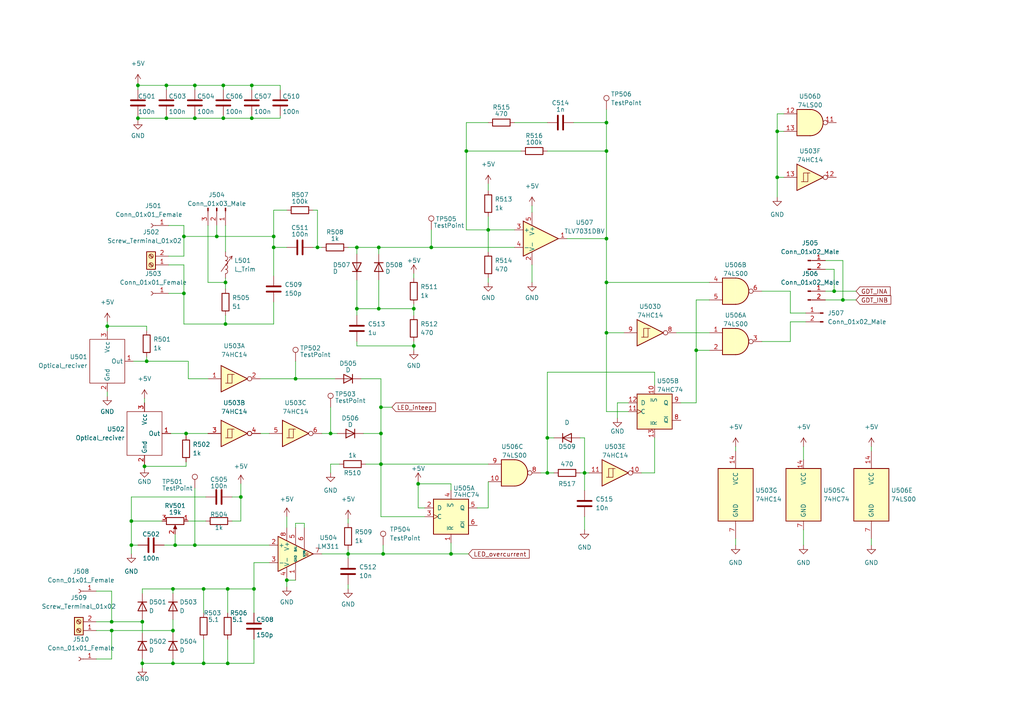
<source format=kicad_sch>
(kicad_sch (version 20211123) (generator eeschema)
  (paper "A4")
  (lib_symbols
    (symbol "74xx:74HC14" (pin_names (offset 1.016))
      (property "Reference" "U" (at 0 1.27 0))
      (property "Value" "74HC14" (at 0 -1.27 0))
      (symbol "74HC14_1_0"
        (pin input line (at -7.62 0 0) (length 3.81) (name "~") (number "1"))
        (pin output inverted (at 7.62 0 180) (length 3.81) (name "~") (number "2"))
      )
      (symbol "74HC14_2_0"
        (pin input line (at -7.62 0 0) (length 3.81) (name "~") (number "3"))
        (pin output inverted (at 7.62 0 180) (length 3.81) (name "~") (number "4"))
      )
      (symbol "74HC14_3_0"
        (pin input line (at -7.62 0 0) (length 3.81) (name "~") (number "5"))
        (pin output inverted (at 7.62 0 180) (length 3.81) (name "~") (number "6"))
      )
      (symbol "74HC14_4_0"
        (pin output inverted (at 7.62 0 180) (length 3.81) (name "~") (number "8"))
        (pin input line (at -7.62 0 0) (length 3.81) (name "~") (number "9"))
      )
      (symbol "74HC14_5_0"
        (pin output inverted (at 7.62 0 180) (length 3.81) (name "~") (number "10"))
        (pin input line (at -7.62 0 0) (length 3.81) (name "~") (number "11"))
      )
      (symbol "74HC14_6_0"
        (pin output inverted (at 7.62 0 180) (length 3.81) (name "~") (number "12"))
        (pin input line (at -7.62 0 0) (length 3.81) (name "~") (number "13"))
      )
      (symbol "74HC14_7_0"
        (pin power_in line (at 0 12.7 270) (length 5.08) (name "VCC") (number "14"))
        (pin power_in line (at 0 -12.7 90) (length 5.08) (name "GND") (number "7"))
      )
    )
    (symbol "74xx:74HC74" (pin_names (offset 1.016))
      (property "Reference" "U" (at -7.62 8.89 0))
      (property "Value" "74HC74" (at -7.62 -8.89 0))
      (symbol "74HC74_1_0"
        (pin input line (at 0 -7.62 90) (length 2.54) (name "~{R}") (number "1"))
        (pin input line (at -7.62 2.54 0) (length 2.54) (name "D") (number "2"))
        (pin input clock (at -7.62 0 0) (length 2.54) (name "C") (number "3"))
        (pin input line (at 0 7.62 270) (length 2.54) (name "~{S}") (number "4"))
        (pin output line (at 7.62 2.54 180) (length 2.54) (name "Q") (number "5"))
        (pin output line (at 7.62 -2.54 180) (length 2.54) (name "~{Q}") (number "6"))
      )
      (symbol "74HC74_2_0"
        (pin input line (at 0 7.62 270) (length 2.54) (name "~{S}") (number "10"))
        (pin input clock (at -7.62 0 0) (length 2.54) (name "C") (number "11"))
        (pin input line (at -7.62 2.54 0) (length 2.54) (name "D") (number "12"))
        (pin input line (at 0 -7.62 90) (length 2.54) (name "~{R}") (number "13"))
        (pin output line (at 7.62 -2.54 180) (length 2.54) (name "~{Q}") (number "8"))
        (pin output line (at 7.62 2.54 180) (length 2.54) (name "Q") (number "9"))
      )
      (symbol "74HC74_3_0"
        (pin power_in line (at 0 10.16 270) (length 2.54) (name "VCC") (number "14"))
        (pin power_in line (at 0 -10.16 90) (length 2.54) (name "GND") (number "7"))
      )
    )
    (symbol "74xx:74LS00" (pin_names (offset 1.016))
      (property "Reference" "U" (at 0 1.27 0))
      (property "Value" "74LS00" (at 0 -1.27 0))
      (symbol "74LS00_1_1"
        (pin input line (at -7.62 2.54 0) (length 3.81) (name "~") (number "1"))
        (pin input line (at -7.62 -2.54 0) (length 3.81) (name "~") (number "2"))
        (pin output inverted (at 7.62 0 180) (length 3.81) (name "~") (number "3"))
      )
      (symbol "74LS00_1_2"
        (pin input inverted (at -7.62 2.54 0) (length 4.318) (name "~") (number "1"))
        (pin input inverted (at -7.62 -2.54 0) (length 4.318) (name "~") (number "2"))
        (pin output line (at 7.62 0 180) (length 3.81) (name "~") (number "3"))
      )
      (symbol "74LS00_2_1"
        (pin input line (at -7.62 2.54 0) (length 3.81) (name "~") (number "4"))
        (pin input line (at -7.62 -2.54 0) (length 3.81) (name "~") (number "5"))
        (pin output inverted (at 7.62 0 180) (length 3.81) (name "~") (number "6"))
      )
      (symbol "74LS00_2_2"
        (pin input inverted (at -7.62 2.54 0) (length 4.318) (name "~") (number "4"))
        (pin input inverted (at -7.62 -2.54 0) (length 4.318) (name "~") (number "5"))
        (pin output line (at 7.62 0 180) (length 3.81) (name "~") (number "6"))
      )
      (symbol "74LS00_3_1"
        (pin input line (at -7.62 -2.54 0) (length 3.81) (name "~") (number "10"))
        (pin output inverted (at 7.62 0 180) (length 3.81) (name "~") (number "8"))
        (pin input line (at -7.62 2.54 0) (length 3.81) (name "~") (number "9"))
      )
      (symbol "74LS00_3_2"
        (pin input inverted (at -7.62 -2.54 0) (length 4.318) (name "~") (number "10"))
        (pin output line (at 7.62 0 180) (length 3.81) (name "~") (number "8"))
        (pin input inverted (at -7.62 2.54 0) (length 4.318) (name "~") (number "9"))
      )
      (symbol "74LS00_4_1"
        (pin output inverted (at 7.62 0 180) (length 3.81) (name "~") (number "11"))
        (pin input line (at -7.62 2.54 0) (length 3.81) (name "~") (number "12"))
        (pin input line (at -7.62 -2.54 0) (length 3.81) (name "~") (number "13"))
      )
      (symbol "74LS00_4_2"
        (pin output line (at 7.62 0 180) (length 3.81) (name "~") (number "11"))
        (pin input inverted (at -7.62 2.54 0) (length 4.318) (name "~") (number "12"))
        (pin input inverted (at -7.62 -2.54 0) (length 4.318) (name "~") (number "13"))
      )
      (symbol "74LS00_5_0"
        (pin power_in line (at 0 12.7 270) (length 5.08) (name "VCC") (number "14"))
        (pin power_in line (at 0 -12.7 90) (length 5.08) (name "GND") (number "7"))
      )
    )
    (symbol "Comparator:LM311" (pin_names (offset 0.127))
      (property "Reference" "U" (at 3.81 6.35 0))
      (property "Value" "LM311" (at 3.81 3.81 0))
      (symbol "LM311_1_1"
        (pin passive line (at 0 -7.62 90) (length 5.08) (name "GND") (number "1"))
        (pin input line (at -7.62 2.54 0) (length 2.54) (name "+") (number "2"))
        (pin input line (at -7.62 -2.54 0) (length 2.54) (name "-") (number "3"))
        (pin power_in line (at -2.54 -7.62 90) (length 3.81) (name "V-") (number "4"))
        (pin input line (at 0 7.62 270) (length 5.08) (name "BAL") (number "5"))
        (pin input line (at 2.54 7.62 270) (length 6.35) (name "STRB") (number "6"))
        (pin open_collector line (at 7.62 0 180) (length 2.54) (name "~") (number "7"))
        (pin power_in line (at -2.54 7.62 270) (length 3.81) (name "V+") (number "8"))
      )
    )
    (symbol "Comparator:TLV7031DBV" (pin_names (offset 0.127))
      (property "Reference" "U" (at -1.27 6.35 0))
      (property "Value" "TLV7031DBV" (at -1.27 3.81 0))
      (symbol "TLV7031DBV_0_1"
        (pin power_in line (at -2.54 -7.62 90) (length 3.81) (name "V-") (number "2"))
        (pin power_in line (at -2.54 7.62 270) (length 3.81) (name "V+") (number "5"))
      )
      (symbol "TLV7031DBV_1_1"
        (pin output line (at 7.62 0 180) (length 2.54) (name "~") (number "1"))
        (pin input line (at -7.62 2.54 0) (length 2.54) (name "+") (number "3"))
        (pin input line (at -7.62 -2.54 0) (length 2.54) (name "-") (number "4"))
      )
    )
    (symbol "Connector:Conn_01x01_Female" (pin_names (offset 1.016) hide)
      (property "Reference" "J" (at 0 2.54 0))
      (property "Value" "Conn_01x01_Female" (at 0 -2.54 0))
      (symbol "Conn_01x01_Female_1_1"
        (pin passive line (at -5.08 0 0) (length 3.81) (name "Pin_1") (number "1"))
      )
    )
    (symbol "Connector:Conn_01x02_Male" (pin_names (offset 1.016) hide)
      (property "Reference" "J" (at 0 2.54 0))
      (property "Value" "Conn_01x02_Male" (at 0 -5.08 0))
      (symbol "Conn_01x02_Male_1_1"
        (pin passive line (at 5.08 0 180) (length 3.81) (name "Pin_1") (number "1"))
        (pin passive line (at 5.08 -2.54 180) (length 3.81) (name "Pin_2") (number "2"))
      )
    )
    (symbol "Connector:Conn_01x03_Male" (pin_names (offset 1.016) hide)
      (property "Reference" "J" (at 0 5.08 0))
      (property "Value" "Conn_01x03_Male" (at 0 -5.08 0))
      (symbol "Conn_01x03_Male_1_1"
        (pin passive line (at 5.08 2.54 180) (length 3.81) (name "Pin_1") (number "1"))
        (pin passive line (at 5.08 0 180) (length 3.81) (name "Pin_2") (number "2"))
        (pin passive line (at 5.08 -2.54 180) (length 3.81) (name "Pin_3") (number "3"))
      )
    )
    (symbol "Connector:Screw_Terminal_01x02" (pin_names (offset 1.016) hide)
      (property "Reference" "J" (at 0 2.54 0))
      (property "Value" "Screw_Terminal_01x02" (at 0 -5.08 0))
      (symbol "Screw_Terminal_01x02_1_1"
        (pin passive line (at -5.08 0 0) (length 3.81) (name "Pin_1") (number "1"))
        (pin passive line (at -5.08 -2.54 0) (length 3.81) (name "Pin_2") (number "2"))
      )
    )
    (symbol "Connector:TestPoint" (pin_numbers hide) (pin_names (offset 0.762) hide)
      (property "Reference" "TP" (at 0 6.858 0))
      (property "Value" "TestPoint" (at 0 5.08 0))
      (symbol "TestPoint_1_1"
        (pin passive line (at 0 0 90) (length 2.54) (name "1") (number "1"))
      )
    )
    (symbol "Device:C" (pin_numbers hide) (pin_names (offset 0.254))
      (property "Reference" "C" (at 0.635 2.54 0))
      (property "Value" "C" (at 0.635 -2.54 0))
      (symbol "C_1_1"
        (pin passive line (at 0 3.81 270) (length 2.794) (name "~") (number "1"))
        (pin passive line (at 0 -3.81 90) (length 2.794) (name "~") (number "2"))
      )
    )
    (symbol "Device:D" (pin_numbers hide) (pin_names (offset 1.016) hide)
      (property "Reference" "D" (at 0 2.54 0))
      (property "Value" "D" (at 0 -2.54 0))
      (symbol "D_1_1"
        (pin passive line (at -3.81 0 0) (length 2.54) (name "K") (number "1"))
        (pin passive line (at 3.81 0 180) (length 2.54) (name "A") (number "2"))
      )
    )
    (symbol "Device:L_Trim" (pin_numbers hide) (pin_names (offset 1.016) hide)
      (property "Reference" "L" (at -1.905 0 90))
      (property "Value" "L_Trim" (at 3.175 0 90))
      (symbol "L_Trim_1_1"
        (pin passive line (at 0 3.81 270) (length 1.27) (name "1") (number "1"))
        (pin passive line (at 0 -3.81 90) (length 1.27) (name "2") (number "2"))
      )
    )
    (symbol "Device:R" (pin_numbers hide) (pin_names (offset 0))
      (property "Reference" "R" (at 2.032 0 90))
      (property "Value" "R" (at 0 0 90))
      (symbol "R_1_1"
        (pin passive line (at 0 3.81 270) (length 1.27) (name "~") (number "1"))
        (pin passive line (at 0 -3.81 90) (length 1.27) (name "~") (number "2"))
      )
    )
    (symbol "Device:R_Potentiometer" (pin_names (offset 1.016) hide)
      (property "Reference" "RV" (at -4.445 0 90))
      (property "Value" "R_Potentiometer" (at -2.54 0 90))
      (symbol "R_Potentiometer_1_1"
        (pin passive line (at 0 3.81 270) (length 1.27) (name "1") (number "1"))
        (pin passive line (at 3.81 0 180) (length 1.27) (name "2") (number "2"))
        (pin passive line (at 0 -3.81 90) (length 1.27) (name "3") (number "3"))
      )
    )
    (symbol "Fiber_Optic:Optical_reciver"
      (property "Reference" "U502" (at -5.715 1.2701 0))
      (property "Value" "Optical_reciver" (at -5.715 -1.2699 0))
      (symbol "Optical_reciver_1_1"
        (pin input line (at 7.62 0 180) (length 2.54) (name "Out") (number "1"))
        (pin input line (at 0 -8.89 90) (length 2.54) (name "Gnd") (number "2"))
        (pin input line (at 0 8.89 270) (length 2.54) (name "Vcc") (number "3"))
      )
    )
    (symbol "Optical_reciver_1"
      (property "Reference" "U501" (at -5.715 1.27 0))
      (property "Value" "Optical_reciver" (at -5.715 -1.27 0))
      (symbol "Optical_reciver_1_1_1"
        (pin input line (at 7.62 0 180) (length 2.54) (name "Out") (number "1"))
        (pin input line (at 0 -8.89 90) (length 2.54) (name "Gnd") (number "2"))
        (pin input line (at 0 8.89 270) (length 2.54) (name "Vcc") (number "3"))
      )
    )
    (symbol "power:+5V" (power) (pin_names (offset 0))
      (property "Value" "+5V" (at 0 3.556 0))
      (symbol "+5V_1_1"
        (pin power_in line (at 0 0 90) (length 0) hide (name "+5V") (number "1"))
      )
    )
    (symbol "power:GND" (power) (pin_names (offset 0))
      (property "Value" "GND" (at 0 -3.81 0))
      (symbol "GND_1_1"
        (pin power_in line (at 0 0 270) (length 0) hide (name "GND") (number "1"))
      )
    )
  )
  (junction (at 73.025 24.765))
  (junction (at 110.49 134.62))
  (junction (at 40.005 24.765))
  (junction (at 32.385 182.88))
  (junction (at 41.91 135.255))
  (junction (at 79.375 68.58))
  (junction (at 56.515 158.115))
  (junction (at 120.015 100.33))
  (junction (at 225.425 38.1))
  (junction (at 175.895 43.815))
  (junction (at 42.545 104.775))
  (junction (at 66.04 170.815))
  (junction (at 95.885 125.73))
  (junction (at 41.275 180.34))
  (junction (at 62.865 68.58))
  (junction (at 120.015 89.535))
  (junction (at 64.77 34.29))
  (junction (at 59.055 192.405))
  (junction (at 109.855 71.755))
  (junction (at 175.895 69.215))
  (junction (at 66.04 192.405))
  (junction (at 141.605 66.675))
  (junction (at 121.285 140.335))
  (junction (at 158.75 127))
  (junction (at 48.26 34.29))
  (junction (at 65.405 93.98))
  (junction (at 41.275 192.405))
  (junction (at 92.075 71.755))
  (junction (at 50.165 182.88))
  (junction (at 32.385 180.34))
  (junction (at 64.77 24.765))
  (junction (at 135.255 43.815))
  (junction (at 169.545 137.16))
  (junction (at 56.515 34.29))
  (junction (at 110.49 118.11))
  (junction (at 50.165 192.405))
  (junction (at 85.725 109.855))
  (junction (at 50.8 158.115))
  (junction (at 53.34 68.58))
  (junction (at 130.81 160.655))
  (junction (at 48.26 24.765))
  (junction (at 65.405 81.915))
  (junction (at 59.055 170.815))
  (junction (at 73.025 34.29))
  (junction (at 103.505 71.755))
  (junction (at 109.855 89.535))
  (junction (at 175.895 96.52))
  (junction (at 50.165 170.815))
  (junction (at 69.85 144.145))
  (junction (at 40.005 34.29))
  (junction (at 244.475 86.995))
  (junction (at 53.975 125.73))
  (junction (at 103.505 89.535))
  (junction (at 56.515 24.765))
  (junction (at 38.1 151.13))
  (junction (at 53.34 85.09))
  (junction (at 201.93 101.6))
  (junction (at 79.375 71.755))
  (junction (at 31.115 94.615))
  (junction (at 175.895 35.56))
  (junction (at 110.49 125.73))
  (junction (at 38.1 158.115))
  (junction (at 125.095 71.755))
  (junction (at 241.935 84.455))
  (junction (at 158.75 137.16))
  (junction (at 83.185 168.275))
  (junction (at 73.66 170.815))
  (junction (at 175.895 81.915))
  (junction (at 111.125 160.655))
  (junction (at 225.425 51.435))
  (junction (at 100.965 160.655))
  (wire (pts (xy 158.75 127) (xy 158.75 137.16)))
  (wire (pts (xy 109.855 71.755) (xy 103.505 71.755)))
  (wire (pts (xy 149.225 35.56) (xy 158.75 35.56)))
  (wire (pts (xy 100.965 160.655) (xy 111.125 160.655)))
  (wire (pts (xy 66.04 192.405) (xy 59.055 192.405)))
  (wire (pts (xy 154.305 76.835) (xy 154.305 81.915)))
  (wire (pts (xy 110.49 118.11) (xy 110.49 125.73)))
  (wire (pts (xy 175.895 96.52) (xy 180.975 96.52)))
  (wire (pts (xy 225.425 33.02) (xy 225.425 38.1)))
  (wire (pts (xy 56.515 158.115) (xy 50.8 158.115)))
  (wire (pts (xy 158.75 107.95) (xy 158.75 127)))
  (wire (pts (xy 65.405 65.405) (xy 65.405 73.025)))
  (wire (pts (xy 213.36 129.54) (xy 213.36 130.81)))
  (wire (pts (xy 32.385 171.45) (xy 27.94 171.45)))
  (wire (pts (xy 225.425 38.1) (xy 227.33 38.1)))
  (wire (pts (xy 41.91 135.255) (xy 41.91 135.89)))
  (wire (pts (xy 158.75 137.16) (xy 160.655 137.16)))
  (wire (pts (xy 169.545 137.16) (xy 170.815 137.16)))
  (wire (pts (xy 168.275 127) (xy 169.545 127)))
  (wire (pts (xy 85.725 151.765) (xy 88.265 151.765)))
  (wire (pts (xy 141.605 53.34) (xy 141.605 55.245)))
  (wire (pts (xy 32.385 182.88) (xy 32.385 191.135)))
  (wire (pts (xy 79.375 71.755) (xy 83.185 71.755)))
  (wire (pts (xy 48.895 74.295) (xy 53.34 74.295)))
  (wire (pts (xy 48.26 24.765) (xy 40.005 24.765)))
  (wire (pts (xy 50.165 182.88) (xy 50.165 183.515)))
  (wire (pts (xy 111.125 160.655) (xy 130.81 160.655)))
  (wire (pts (xy 40.005 33.655) (xy 40.005 34.29)))
  (wire (pts (xy 31.115 113.665) (xy 31.115 114.935)))
  (wire (pts (xy 229.235 90.805) (xy 233.68 90.805)))
  (wire (pts (xy 244.475 75.565) (xy 244.475 86.995)))
  (wire (pts (xy 156.845 137.16) (xy 158.75 137.16)))
  (wire (pts (xy 65.405 80.645) (xy 65.405 81.915)))
  (wire (pts (xy 241.935 84.455) (xy 248.285 84.455)))
  (wire (pts (xy 201.93 101.6) (xy 205.74 101.6)))
  (wire (pts (xy 135.255 66.675) (xy 141.605 66.675)))
  (wire (pts (xy 64.77 34.29) (xy 56.515 34.29)))
  (wire (pts (xy 233.045 153.67) (xy 233.045 158.115)))
  (wire (pts (xy 53.975 125.73) (xy 60.325 125.73)))
  (wire (pts (xy 130.81 142.24) (xy 130.81 140.335)))
  (wire (pts (xy 53.34 68.58) (xy 62.865 68.58)))
  (wire (pts (xy 103.505 89.535) (xy 109.855 89.535)))
  (wire (pts (xy 38.1 144.145) (xy 38.1 151.13)))
  (wire (pts (xy 103.505 100.33) (xy 120.015 100.33)))
  (wire (pts (xy 32.385 182.88) (xy 50.165 182.88)))
  (wire (pts (xy 130.81 160.655) (xy 135.89 160.655)))
  (wire (pts (xy 92.075 71.755) (xy 93.345 71.755)))
  (wire (pts (xy 48.895 76.835) (xy 53.34 76.835)))
  (wire (pts (xy 81.28 34.29) (xy 73.025 34.29)))
  (wire (pts (xy 175.895 31.75) (xy 175.895 35.56)))
  (wire (pts (xy 41.275 191.135) (xy 41.275 192.405)))
  (wire (pts (xy 201.93 116.84) (xy 197.485 116.84)))
  (wire (pts (xy 38.1 158.115) (xy 38.1 160.655)))
  (wire (pts (xy 73.66 170.815) (xy 73.66 177.8)))
  (wire (pts (xy 109.855 81.28) (xy 109.855 89.535)))
  (wire (pts (xy 227.33 33.02) (xy 225.425 33.02)))
  (wire (pts (xy 50.165 170.815) (xy 50.165 172.085)))
  (wire (pts (xy 100.965 71.755) (xy 103.505 71.755)))
  (wire (pts (xy 189.865 137.16) (xy 189.865 127)))
  (wire (pts (xy 41.275 179.705) (xy 41.275 180.34)))
  (wire (pts (xy 103.505 99.06) (xy 103.505 100.33)))
  (wire (pts (xy 40.005 24.13) (xy 40.005 24.765)))
  (wire (pts (xy 38.735 104.775) (xy 42.545 104.775)))
  (wire (pts (xy 125.095 71.755) (xy 149.225 71.755)))
  (wire (pts (xy 103.505 81.28) (xy 103.505 89.535)))
  (wire (pts (xy 111.125 158.115) (xy 111.125 160.655)))
  (wire (pts (xy 41.91 134.62) (xy 41.91 135.255)))
  (wire (pts (xy 73.66 185.42) (xy 73.66 192.405)))
  (wire (pts (xy 90.805 71.755) (xy 92.075 71.755)))
  (wire (pts (xy 225.425 51.435) (xy 227.33 51.435)))
  (wire (pts (xy 229.235 99.06) (xy 220.98 99.06)))
  (wire (pts (xy 79.375 60.96) (xy 79.375 68.58)))
  (wire (pts (xy 100.965 150.495) (xy 100.965 151.765)))
  (wire (pts (xy 175.895 69.215) (xy 175.895 81.915)))
  (wire (pts (xy 93.345 160.655) (xy 100.965 160.655)))
  (wire (pts (xy 182.245 119.38) (xy 175.895 119.38)))
  (wire (pts (xy 233.045 129.54) (xy 233.045 133.35)))
  (wire (pts (xy 27.94 182.88) (xy 32.385 182.88)))
  (wire (pts (xy 123.19 149.86) (xy 110.49 149.86)))
  (wire (pts (xy 100.965 159.385) (xy 100.965 160.655)))
  (wire (pts (xy 186.055 137.16) (xy 189.865 137.16)))
  (wire (pts (xy 100.965 160.655) (xy 100.965 161.925)))
  (wire (pts (xy 252.73 156.21) (xy 252.73 158.115)))
  (wire (pts (xy 65.405 81.915) (xy 65.405 83.82)))
  (wire (pts (xy 62.865 65.405) (xy 62.865 68.58)))
  (wire (pts (xy 141.605 81.915) (xy 141.605 80.645)))
  (wire (pts (xy 103.505 71.755) (xy 103.505 73.66)))
  (wire (pts (xy 141.605 66.675) (xy 149.225 66.675)))
  (wire (pts (xy 104.775 109.855) (xy 110.49 109.855)))
  (wire (pts (xy 109.855 71.755) (xy 125.095 71.755)))
  (wire (pts (xy 175.895 96.52) (xy 175.895 119.38)))
  (wire (pts (xy 48.26 24.765) (xy 48.26 26.035)))
  (wire (pts (xy 83.185 149.86) (xy 83.185 153.035)))
  (wire (pts (xy 60.325 65.405) (xy 60.325 81.915)))
  (wire (pts (xy 65.405 91.44) (xy 65.405 93.98)))
  (wire (pts (xy 42.545 95.885) (xy 42.545 94.615)))
  (wire (pts (xy 62.865 68.58) (xy 79.375 68.58)))
  (wire (pts (xy 73.025 24.765) (xy 73.025 26.035)))
  (wire (pts (xy 166.37 35.56) (xy 175.895 35.56)))
  (wire (pts (xy 130.81 140.335) (xy 121.285 140.335)))
  (wire (pts (xy 48.26 24.765) (xy 56.515 24.765)))
  (wire (pts (xy 88.265 151.765) (xy 88.265 153.035)))
  (wire (pts (xy 109.855 71.755) (xy 109.855 73.66)))
  (wire (pts (xy 121.285 147.32) (xy 123.19 147.32)))
  (wire (pts (xy 38.1 158.115) (xy 40.005 158.115)))
  (wire (pts (xy 95.885 134.62) (xy 95.885 137.16)))
  (wire (pts (xy 66.04 185.42) (xy 66.04 192.405)))
  (wire (pts (xy 32.385 191.135) (xy 27.94 191.135)))
  (wire (pts (xy 53.34 74.295) (xy 53.34 68.58)))
  (wire (pts (xy 73.025 33.655) (xy 73.025 34.29)))
  (wire (pts (xy 59.055 185.42) (xy 59.055 192.405)))
  (wire (pts (xy 49.53 125.73) (xy 53.975 125.73)))
  (wire (pts (xy 229.235 93.345) (xy 229.235 99.06)))
  (wire (pts (xy 69.85 140.335) (xy 69.85 144.145)))
  (wire (pts (xy 169.545 137.16) (xy 169.545 142.24)))
  (wire (pts (xy 54.61 109.855) (xy 54.61 104.775)))
  (wire (pts (xy 175.895 43.815) (xy 175.895 69.215)))
  (wire (pts (xy 95.885 125.73) (xy 97.79 125.73)))
  (wire (pts (xy 75.565 109.855) (xy 85.725 109.855)))
  (wire (pts (xy 93.345 125.73) (xy 95.885 125.73)))
  (wire (pts (xy 105.41 125.73) (xy 110.49 125.73)))
  (wire (pts (xy 78.105 163.195) (xy 73.66 163.195)))
  (wire (pts (xy 138.43 147.32) (xy 141.605 147.32)))
  (wire (pts (xy 196.215 96.52) (xy 205.74 96.52)))
  (wire (pts (xy 239.395 86.995) (xy 244.475 86.995)))
  (wire (pts (xy 241.935 78.105) (xy 241.935 84.455)))
  (wire (pts (xy 47.625 158.115) (xy 50.8 158.115)))
  (wire (pts (xy 50.165 170.815) (xy 59.055 170.815)))
  (wire (pts (xy 158.75 43.815) (xy 175.895 43.815)))
  (wire (pts (xy 66.04 177.8) (xy 66.04 170.815)))
  (wire (pts (xy 241.935 84.455) (xy 239.395 84.455)))
  (wire (pts (xy 154.305 59.69) (xy 154.305 61.595)))
  (wire (pts (xy 53.34 85.09) (xy 48.895 85.09)))
  (wire (pts (xy 179.07 116.84) (xy 179.07 121.285)))
  (wire (pts (xy 56.515 24.765) (xy 64.77 24.765)))
  (wire (pts (xy 83.185 60.96) (xy 79.375 60.96)))
  (wire (pts (xy 56.515 141.605) (xy 56.515 158.115)))
  (wire (pts (xy 48.26 34.29) (xy 40.005 34.29)))
  (wire (pts (xy 141.605 73.025) (xy 141.605 66.675)))
  (wire (pts (xy 41.275 172.085) (xy 41.275 170.815)))
  (wire (pts (xy 42.545 104.775) (xy 42.545 103.505)))
  (wire (pts (xy 73.66 163.195) (xy 73.66 170.815)))
  (wire (pts (xy 81.28 33.655) (xy 81.28 34.29)))
  (wire (pts (xy 205.74 86.995) (xy 201.93 86.995)))
  (wire (pts (xy 54.61 104.775) (xy 42.545 104.775)))
  (wire (pts (xy 135.255 35.56) (xy 135.255 43.815)))
  (wire (pts (xy 53.34 65.405) (xy 48.895 65.405)))
  (wire (pts (xy 121.285 140.335) (xy 121.285 147.32)))
  (wire (pts (xy 27.94 180.34) (xy 32.385 180.34)))
  (wire (pts (xy 48.26 33.655) (xy 48.26 34.29)))
  (wire (pts (xy 40.005 34.29) (xy 40.005 34.925)))
  (wire (pts (xy 67.31 144.145) (xy 69.85 144.145)))
  (wire (pts (xy 233.68 93.345) (xy 229.235 93.345)))
  (wire (pts (xy 40.005 24.765) (xy 40.005 26.035)))
  (wire (pts (xy 41.275 180.34) (xy 41.275 183.515)))
  (wire (pts (xy 56.515 33.655) (xy 56.515 34.29)))
  (wire (pts (xy 110.49 125.73) (xy 110.49 134.62)))
  (wire (pts (xy 239.395 78.105) (xy 241.935 78.105)))
  (wire (pts (xy 125.095 66.675) (xy 125.095 71.755)))
  (wire (pts (xy 182.245 116.84) (xy 179.07 116.84)))
  (wire (pts (xy 90.805 60.96) (xy 92.075 60.96)))
  (wire (pts (xy 141.605 35.56) (xy 135.255 35.56)))
  (wire (pts (xy 175.895 81.915) (xy 175.895 96.52)))
  (wire (pts (xy 50.165 191.135) (xy 50.165 192.405)))
  (wire (pts (xy 42.545 94.615) (xy 31.115 94.615)))
  (wire (pts (xy 169.545 127) (xy 169.545 137.16)))
  (wire (pts (xy 95.885 118.11) (xy 95.885 125.73)))
  (wire (pts (xy 109.855 89.535) (xy 120.015 89.535)))
  (wire (pts (xy 79.375 80.01) (xy 79.375 71.755)))
  (wire (pts (xy 189.865 111.76) (xy 189.865 107.95)))
  (wire (pts (xy 31.115 93.345) (xy 31.115 94.615)))
  (wire (pts (xy 110.49 109.855) (xy 110.49 118.11)))
  (wire (pts (xy 169.545 149.86) (xy 169.545 153.67)))
  (wire (pts (xy 213.36 156.21) (xy 213.36 158.115)))
  (wire (pts (xy 79.375 68.58) (xy 79.375 71.755)))
  (wire (pts (xy 225.425 51.435) (xy 225.425 57.15)))
  (wire (pts (xy 56.515 34.29) (xy 48.26 34.29)))
  (wire (pts (xy 56.515 158.115) (xy 78.105 158.115)))
  (wire (pts (xy 85.725 104.775) (xy 85.725 109.855)))
  (wire (pts (xy 225.425 38.1) (xy 225.425 51.435)))
  (wire (pts (xy 168.275 137.16) (xy 169.545 137.16)))
  (wire (pts (xy 64.77 33.655) (xy 64.77 34.29)))
  (wire (pts (xy 83.185 168.275) (xy 83.185 170.18)))
  (wire (pts (xy 79.375 93.98) (xy 79.375 87.63)))
  (wire (pts (xy 65.405 93.98) (xy 53.34 93.98)))
  (wire (pts (xy 32.385 180.34) (xy 41.275 180.34)))
  (wire (pts (xy 229.235 84.455) (xy 229.235 90.805)))
  (wire (pts (xy 53.975 125.73) (xy 53.975 126.365)))
  (wire (pts (xy 220.98 84.455) (xy 229.235 84.455)))
  (wire (pts (xy 32.385 171.45) (xy 32.385 180.34)))
  (wire (pts (xy 53.975 135.255) (xy 41.91 135.255)))
  (wire (pts (xy 60.325 81.915) (xy 65.405 81.915)))
  (wire (pts (xy 103.505 89.535) (xy 103.505 91.44)))
  (wire (pts (xy 85.725 153.035) (xy 85.725 151.765)))
  (wire (pts (xy 158.75 127) (xy 160.655 127)))
  (wire (pts (xy 64.77 24.765) (xy 73.025 24.765)))
  (wire (pts (xy 38.1 151.13) (xy 46.99 151.13)))
  (wire (pts (xy 73.025 34.29) (xy 64.77 34.29)))
  (wire (pts (xy 151.13 43.815) (xy 135.255 43.815)))
  (wire (pts (xy 120.015 88.265) (xy 120.015 89.535)))
  (wire (pts (xy 121.285 139.7) (xy 121.285 140.335)))
  (wire (pts (xy 41.91 115.57) (xy 41.91 116.84)))
  (wire (pts (xy 50.165 179.705) (xy 50.165 182.88)))
  (wire (pts (xy 53.34 76.835) (xy 53.34 85.09)))
  (wire (pts (xy 73.025 24.765) (xy 81.28 24.765)))
  (wire (pts (xy 201.93 101.6) (xy 201.93 116.84)))
  (wire (pts (xy 92.075 60.96) (xy 92.075 71.755)))
  (wire (pts (xy 81.28 26.035) (xy 81.28 24.765)))
  (wire (pts (xy 120.015 79.375) (xy 120.015 80.645)))
  (wire (pts (xy 252.73 129.54) (xy 252.73 130.81)))
  (wire (pts (xy 106.045 134.62) (xy 110.49 134.62)))
  (wire (pts (xy 50.8 158.115) (xy 50.8 154.94)))
  (wire (pts (xy 120.015 100.33) (xy 120.015 101.6)))
  (wire (pts (xy 120.015 89.535) (xy 120.015 91.44)))
  (wire (pts (xy 59.055 192.405) (xy 50.165 192.405)))
  (wire (pts (xy 141.605 62.865) (xy 141.605 66.675)))
  (wire (pts (xy 64.77 24.765) (xy 64.77 26.035)))
  (wire (pts (xy 201.93 86.995) (xy 201.93 101.6)))
  (wire (pts (xy 50.165 192.405) (xy 41.275 192.405)))
  (wire (pts (xy 135.255 43.815) (xy 135.255 66.675)))
  (wire (pts (xy 83.185 168.275) (xy 85.725 168.275)))
  (wire (pts (xy 189.865 107.95) (xy 158.75 107.95)))
  (wire (pts (xy 244.475 86.995) (xy 248.285 86.995)))
  (wire (pts (xy 31.115 94.615) (xy 31.115 95.885)))
  (wire (pts (xy 41.275 192.405) (xy 41.275 193.675)))
  (wire (pts (xy 38.1 144.145) (xy 59.69 144.145)))
  (wire (pts (xy 120.015 100.33) (xy 120.015 99.06)))
  (wire (pts (xy 56.515 26.035) (xy 56.515 24.765)))
  (wire (pts (xy 98.425 134.62) (xy 95.885 134.62)))
  (wire (pts (xy 59.055 170.815) (xy 66.04 170.815)))
  (wire (pts (xy 38.1 151.13) (xy 38.1 158.115)))
  (wire (pts (xy 60.325 109.855) (xy 54.61 109.855)))
  (wire (pts (xy 53.975 133.985) (xy 53.975 135.255)))
  (wire (pts (xy 130.81 160.655) (xy 130.81 157.48)))
  (wire (pts (xy 53.34 93.98) (xy 53.34 85.09)))
  (wire (pts (xy 110.49 118.11) (xy 113.665 118.11)))
  (wire (pts (xy 175.895 69.215) (xy 164.465 69.215)))
  (wire (pts (xy 75.565 125.73) (xy 78.105 125.73)))
  (wire (pts (xy 53.34 68.58) (xy 53.34 65.405)))
  (wire (pts (xy 141.605 147.32) (xy 141.605 139.7)))
  (wire (pts (xy 65.405 93.98) (xy 79.375 93.98)))
  (wire (pts (xy 85.725 109.855) (xy 97.155 109.855)))
  (wire (pts (xy 69.85 151.13) (xy 67.31 151.13)))
  (wire (pts (xy 110.49 134.62) (xy 141.605 134.62)))
  (wire (pts (xy 54.61 151.13) (xy 59.69 151.13)))
  (wire (pts (xy 59.055 177.8) (xy 59.055 170.815)))
  (wire (pts (xy 239.395 75.565) (xy 244.475 75.565)))
  (wire (pts (xy 69.85 144.145) (xy 69.85 151.13)))
  (wire (pts (xy 175.895 35.56) (xy 175.895 43.815)))
  (wire (pts (xy 110.49 149.86) (xy 110.49 134.62)))
  (wire (pts (xy 73.66 192.405) (xy 66.04 192.405)))
  (wire (pts (xy 41.275 170.815) (xy 50.165 170.815)))
  (wire (pts (xy 205.74 81.915) (xy 175.895 81.915)))
  (wire (pts (xy 66.04 170.815) (xy 73.66 170.815)))
  (wire (pts (xy 100.965 169.545) (xy 100.965 170.815)))
  (global_label "LED_inteep" (shape input) (at 113.665 118.11 0) (property "Intersheet References" "${INTERSHEET_REFS}" (effects hide)))
  (global_label "GDT_INB" (shape input) (at 248.285 86.995 0) (property "Intersheet References" "${INTERSHEET_REFS}" (effects hide)))
  (global_label "GDT_INA" (shape input) (at 248.285 84.455 0) (property "Intersheet References" "${INTERSHEET_REFS}" (effects hide)))
  (global_label "LED_overcurrent" (shape input) (at 135.89 160.655 0) (property "Intersheet References" "${INTERSHEET_REFS}" (effects hide)))
  (symbol (lib_id "Device:R") (at 120.015 84.455 0) (unit 1)
    (property "Reference" "R511" (at 121.92 83.1849 0) (effects (justify left)))
    (property "Value" "1k" (at 121.92 85.7249 0) (effects (justify left)))
    (property "Footprint" "Resistor_SMD:R_0805_2012Metric" (effects hide))
  )
  (symbol (lib_id "Device:R") (at 102.235 134.62 90) (unit 1)
    (property "Reference" "R510" (at 102.235 137.16 90))
    (property "Value" "1k" (at 102.235 132.08 90))
    (property "Footprint" "Resistor_SMD:R_0805_2012Metric" (effects hide))
  )
  (symbol (lib_id "power:GND") (at 213.36 158.115 0) (unit 1)
    (property "Reference" "#PWR0525" (effects hide))
    (property "Value" "GND" (at 213.36 163.195 0))
  )
  (symbol (lib_id "power:GND") (at 225.425 57.15 0) (unit 1)
    (property "Reference" "#PWR0526" (effects hide))
    (property "Value" "GND" (at 225.425 62.23 0))
  )
  (symbol (lib_id "Device:C") (at 48.26 29.845 0) (unit 1)
    (property "Reference" "C503" (at 48.895 27.94 0) (effects (justify left)))
    (property "Value" "100n" (at 48.895 32.385 0) (effects (justify left)))
    (property "Footprint" "Capacitor_SMD:C_0805_2012Metric" (effects hide))
  )
  (symbol (lib_id "74xx:74LS00") (at 149.225 137.16 0) (unit 3)
    (property "Reference" "U506" (at 148.59 129.54 0))
    (property "Value" "74LS00" (at 149.225 132.08 0))
    (property "Footprint" "Package_SO:SO-14_3.9x8.65mm_P1.27mm" (effects hide))
    (property "Datasheet" "http://www.ti.com/lit/gpn/sn74ls00" (effects hide))
  )
  (symbol (lib_id "Device:R") (at 59.055 181.61 0) (unit 1)
    (property "Reference" "R503" (at 59.055 177.8 0) (effects (justify left)))
    (property "Value" "5.1" (at 60.325 179.705 0) (effects (justify left)))
    (property "Footprint" "Resistor_SMD:R_0805_2012Metric" (effects hide))
  )
  (symbol (lib_id "Fiber_Optic:Optical_reciver") (at 41.91 125.73 0) (unit 1)
    (property "Reference" "U502" (at 36.195 124.4599 0) (effects (justify right)))
    (property "Value" "Optical_reciver" (at 36.195 126.9999 0) (effects (justify right)))
    (property "Footprint" "OptoDevice:PLT135" (effects hide))
  )
  (symbol (lib_id "Device:R") (at 53.975 130.175 0) (unit 1)
    (property "Reference" "R502" (at 55.88 128.9049 0) (effects (justify left)))
    (property "Value" "1k" (at 55.88 131.4449 0) (effects (justify left)))
    (property "Footprint" "Resistor_SMD:R_0805_2012Metric" (effects hide))
  )
  (symbol (lib_id "Connector:Screw_Terminal_01x02") (at 43.815 76.835 180) (unit 1)
    (property "Reference" "J502" (at 43.815 67.31 0))
    (property "Value" "Screw_Terminal_01x02" (at 41.91 69.85 0))
    (property "Footprint" "TerminalBlock:TerminalBlock_Altech_AK300-2_P5.00mm" (effects hide))
  )
  (symbol (lib_id "Connector:TestPoint") (at 125.095 66.675 0) (unit 1)
    (property "Reference" "TP505" (at 126.365 63.5 0) (effects (justify left)))
    (property "Value" "TestPoint" (at 125.73 65.405 0) (effects (justify left)))
    (property "Footprint" "TestPoint:TestPoint_Loop_D2.50mm_Drill1.0mm" (effects hide))
  )
  (symbol (lib_id "74xx:74HC74") (at 189.865 119.38 0) (unit 2)
    (property "Reference" "U505" (at 190.5 110.49 0) (effects (justify left)))
    (property "Value" "74HC74" (at 190.5 113.03 0) (effects (justify left)))
    (property "Footprint" "Package_SO:SO-14_3.9x8.65mm_P1.27mm" (effects hide))
    (property "Datasheet" "74xx/74hc_hct74.pdf" (effects hide))
  )
  (symbol (lib_id "Device:D") (at 50.165 187.325 270) (unit 1)
    (property "Reference" "D504" (at 52.07 186.055 90) (effects (justify left)))
    (property "Value" "D" (at 52.07 188.595 90) (effects (justify left)))
    (property "Footprint" "Diode_SMD:D_0805_2012Metric" (effects hide))
  )
  (symbol (lib_id "power:+5V") (at 41.91 115.57 0) (unit 1)
    (property "Reference" "#PWR0507" (effects hide))
    (property "Value" "+5V" (at 41.91 109.855 0))
  )
  (symbol (lib_id "74xx:74HC14") (at 234.95 51.435 0) (unit 6)
    (property "Reference" "U503" (at 234.95 43.815 0))
    (property "Value" "74HC14" (at 234.95 46.355 0))
    (property "Footprint" "Package_SO:SO-14_3.9x8.65mm_P1.27mm" (effects hide))
    (property "Datasheet" "http://www.ti.com/lit/gpn/sn74HC14" (effects hide))
  )
  (symbol (lib_id "Device:R") (at 66.04 181.61 0) (unit 1)
    (property "Reference" "R506" (at 66.675 177.8 0) (effects (justify left)))
    (property "Value" "5.1" (at 67.31 179.705 0) (effects (justify left)))
    (property "Footprint" "Resistor_SMD:R_1206_3216Metric" (effects hide))
  )
  (symbol (lib_id "Device:D") (at 41.275 175.895 270) (unit 1)
    (property "Reference" "D501" (at 43.18 174.625 90) (effects (justify left)))
    (property "Value" "D" (at 43.18 177.165 90) (effects (justify left)))
    (property "Footprint" "Diode_SMD:D_0805_2012Metric" (effects hide))
  )
  (symbol (lib_id "Device:L_Trim") (at 65.405 76.835 0) (unit 1)
    (property "Reference" "L501" (at 67.945 75.5649 0) (effects (justify left)))
    (property "Value" "L_Trim" (at 67.945 78.1049 0) (effects (justify left)))
    (property "Footprint" "Inductor_THT:L_Radial_D7.5mm_P5.00mm_Fastron_07P" (effects hide))
  )
  (symbol (lib_id "Device:C") (at 73.66 181.61 0) (unit 1)
    (property "Reference" "C508" (at 74.295 179.705 0) (effects (justify left)))
    (property "Value" "150p" (at 74.295 184.15 0) (effects (justify left)))
    (property "Footprint" "Capacitor_SMD:C_0805_2012Metric" (effects hide))
  )
  (symbol (lib_id "Connector:Conn_01x02_Male") (at 234.315 84.455 0) (unit 1)
    (property "Reference" "J506" (at 234.95 79.375 0))
    (property "Value" "Conn_01x02_Male" (at 234.95 81.915 0))
    (property "Footprint" "Connector_PinHeader_2.54mm:PinHeader_1x02_P2.54mm_Vertical" (effects hide))
  )
  (symbol (lib_id "Device:R") (at 63.5 151.13 90) (unit 1)
    (property "Reference" "R504" (at 63.5 149.225 90))
    (property "Value" "1k" (at 63.5 153.035 90))
    (property "Footprint" "Resistor_SMD:R_0805_2012Metric" (effects hide))
  )
  (symbol (lib_id "Device:R") (at 141.605 59.055 0) (unit 1)
    (property "Reference" "R513" (at 143.51 57.7849 0) (effects (justify left)))
    (property "Value" "1k" (at 143.51 60.3249 0) (effects (justify left)))
    (property "Footprint" "Resistor_SMD:R_0805_2012Metric" (effects hide))
  )
  (symbol (lib_id "power:+5V") (at 252.73 129.54 0) (unit 1)
    (property "Reference" "#PWR0529" (effects hide))
    (property "Value" "+5V" (at 252.73 123.825 0))
  )
  (symbol (lib_id "Device:D") (at 109.855 77.47 270) (unit 1)
    (property "Reference" "D508" (at 111.76 76.835 90) (effects (justify left)))
    (property "Value" "D" (at 111.76 78.74 90) (effects (justify left)))
    (property "Footprint" "Diode_SMD:D_0805_2012Metric" (effects hide))
  )
  (symbol (lib_id "Device:R") (at 100.965 155.575 0) (unit 1)
    (property "Reference" "R509" (at 102.87 154.3049 0) (effects (justify left)))
    (property "Value" "1k" (at 102.87 156.8449 0) (effects (justify left)))
    (property "Footprint" "Resistor_SMD:R_0805_2012Metric" (effects hide))
  )
  (symbol (lib_id "Device:R") (at 164.465 137.16 90) (unit 1)
    (property "Reference" "R517" (at 164.465 140.335 90))
    (property "Value" "470" (at 164.465 134.62 90))
    (property "Footprint" "Resistor_SMD:R_0805_2012Metric" (effects hide))
  )
  (symbol (lib_id "power:+5V") (at 69.85 140.335 0) (unit 1)
    (property "Reference" "#PWR0509" (effects hide))
    (property "Value" "+5V" (at 69.85 135.255 0))
  )
  (symbol (lib_id "Connector:Screw_Terminal_01x02") (at 22.86 182.88 180) (unit 1)
    (property "Reference" "J509" (at 22.86 173.355 0))
    (property "Value" "Screw_Terminal_01x02" (at 22.86 175.895 0))
    (property "Footprint" "TerminalBlock:TerminalBlock_Altech_AK300-2_P5.00mm" (effects hide))
  )
  (symbol (lib_id "power:GND") (at 179.07 121.285 0) (unit 1)
    (property "Reference" "#PWR0523" (effects hide))
    (property "Value" "GND" (at 179.07 125.095 0))
  )
  (symbol (lib_id "Connector:Conn_01x01_Female") (at 43.815 65.405 180) (unit 1)
    (property "Reference" "J501" (at 44.45 59.69 0))
    (property "Value" "Conn_01x01_Female" (at 43.18 62.23 0))
    (property "Footprint" "Connector_PinHeader_2.54mm:PinHeader_1x01_P2.54mm_Vertical" (effects hide))
  )
  (symbol (lib_id "power:GND") (at 100.965 170.815 0) (unit 1)
    (property "Reference" "#PWR0514" (effects hide))
    (property "Value" "GND" (at 100.965 175.26 0))
  )
  (symbol (lib_id "power:+5V") (at 154.305 59.69 0) (unit 1)
    (property "Reference" "#PWR0520" (effects hide))
    (property "Value" "+5V" (at 154.305 53.975 0))
  )
  (symbol (lib_id "power:GND") (at 169.545 153.67 0) (unit 1)
    (property "Reference" "#PWR0522" (effects hide))
    (property "Value" "GND" (at 169.545 158.75 0))
  )
  (symbol (lib_id "Device:R") (at 86.995 60.96 90) (unit 1)
    (property "Reference" "R507" (at 86.995 56.515 90))
    (property "Value" "100k" (at 86.995 58.42 90))
    (property "Footprint" "Resistor_SMD:R_0805_2012Metric" (effects hide))
  )
  (symbol (lib_id "power:+5V") (at 121.285 139.7 0) (unit 1)
    (property "Reference" "#PWR0517" (effects hide))
    (property "Value" "+5V" (at 121.285 135.89 0))
  )
  (symbol (lib_id "power:GND") (at 41.275 193.675 0) (unit 1)
    (property "Reference" "#PWR0506" (effects hide))
    (property "Value" "GND" (at 41.275 196.85 0))
  )
  (symbol (lib_id "Device:C") (at 86.995 71.755 90) (unit 1)
    (property "Reference" "C511" (at 86.995 66.04 90))
    (property "Value" "100n" (at 86.995 67.945 90))
    (property "Footprint" "Capacitor_SMD:C_0805_2012Metric" (effects hide))
  )
  (symbol (lib_id "Device:C") (at 73.025 29.845 0) (unit 1)
    (property "Reference" "C507" (at 73.66 27.94 0) (effects (justify left)))
    (property "Value" "100n" (at 73.66 32.385 0) (effects (justify left)))
    (property "Footprint" "Capacitor_SMD:C_0805_2012Metric" (effects hide))
  )
  (symbol (lib_id "74xx:74LS00") (at 234.95 35.56 0) (unit 4)
    (property "Reference" "U506" (at 234.95 27.94 0))
    (property "Value" "74LS00" (at 234.95 30.48 0))
    (property "Footprint" "Package_SO:SO-14_3.9x8.65mm_P1.27mm" (effects hide))
    (property "Datasheet" "http://www.ti.com/lit/gpn/sn74ls00" (effects hide))
  )
  (symbol (lib_id "Device:D") (at 50.165 175.895 270) (unit 1)
    (property "Reference" "D503" (at 52.07 174.625 90) (effects (justify left)))
    (property "Value" "D" (at 52.07 177.165 90) (effects (justify left)))
    (property "Footprint" "Diode_SMD:D_0805_2012Metric" (effects hide))
  )
  (symbol (lib_id "Device:R") (at 42.545 99.695 0) (unit 1)
    (property "Reference" "R501" (at 44.45 98.4249 0) (effects (justify left)))
    (property "Value" "1k" (at 44.45 100.9649 0) (effects (justify left)))
    (property "Footprint" "Resistor_SMD:R_0805_2012Metric" (effects hide))
  )
  (symbol (lib_id "Device:C") (at 169.545 146.05 0) (unit 1)
    (property "Reference" "C515" (at 172.72 144.7799 0) (effects (justify left)))
    (property "Value" "10n" (at 172.72 147.3199 0) (effects (justify left)))
    (property "Footprint" "Capacitor_SMD:C_0805_2012Metric" (effects hide))
  )
  (symbol (lib_id "power:GND") (at 31.115 114.935 0) (unit 1)
    (property "Reference" "#PWR0502" (effects hide))
    (property "Value" "GND" (at 31.115 119.38 0))
  )
  (symbol (lib_id "power:+5V") (at 100.965 150.495 0) (unit 1)
    (property "Reference" "#PWR0513" (effects hide))
    (property "Value" "+5V" (at 100.965 144.78 0))
  )
  (symbol (lib_id "Connector:Conn_01x01_Female") (at 22.86 191.135 180) (unit 1)
    (property "Reference" "J510" (at 23.495 185.42 0))
    (property "Value" "Conn_01x01_Female" (at 23.495 187.96 0))
    (property "Footprint" "Connector_PinHeader_2.54mm:PinHeader_1x01_P2.54mm_Vertical" (effects hide))
  )
  (symbol (lib_id "Device:C") (at 162.56 35.56 90) (unit 1)
    (property "Reference" "C514" (at 162.56 29.845 90))
    (property "Value" "1n" (at 162.56 31.75 90))
    (property "Footprint" "Capacitor_SMD:C_0805_2012Metric" (effects hide))
  )
  (symbol (lib_id "Device:D") (at 41.275 187.325 270) (unit 1)
    (property "Reference" "D502" (at 43.18 186.055 90) (effects (justify left)))
    (property "Value" "D" (at 43.18 188.595 90) (effects (justify left)))
    (property "Footprint" "Diode_SMD:D_0805_2012Metric" (effects hide))
  )
  (symbol (lib_id "74xx:74HC14") (at 85.725 125.73 0) (unit 3)
    (property "Reference" "U503" (at 85.725 116.84 0))
    (property "Value" "74HC14" (at 85.725 119.38 0))
    (property "Footprint" "Package_SO:SO-14_3.9x8.65mm_P1.27mm" (effects hide))
    (property "Datasheet" "http://www.ti.com/lit/gpn/sn74HC14" (effects hide))
  )
  (symbol (lib_id "Connector:Conn_01x02_Male") (at 234.315 75.565 0) (unit 1)
    (property "Reference" "J505" (at 234.95 70.485 0))
    (property "Value" "Conn_01x02_Male" (at 234.95 73.025 0))
    (property "Footprint" "Connector_PinHeader_2.54mm:PinHeader_1x02_P2.54mm_Vertical" (effects hide))
  )
  (symbol (lib_id "power:+5V") (at 213.36 129.54 0) (unit 1)
    (property "Reference" "#PWR0524" (effects hide))
    (property "Value" "+5V" (at 213.36 123.825 0))
  )
  (symbol (lib_id "Device:C") (at 43.815 158.115 90) (unit 1)
    (property "Reference" "C502" (at 43.815 154.94 90))
    (property "Value" "100n" (at 43.815 161.925 90))
    (property "Footprint" "Capacitor_SMD:C_0805_2012Metric" (effects hide))
  )
  (symbol (lib_id "Device:D") (at 100.965 109.855 180) (unit 1)
    (property "Reference" "D505" (at 100.965 105.41 0))
    (property "Value" "D" (at 100.965 107.315 0))
    (property "Footprint" "Diode_SMD:D_0805_2012Metric" (effects hide))
  )
  (symbol (lib_id "Device:C") (at 81.28 29.845 0) (unit 1)
    (property "Reference" "C510" (at 81.915 27.94 0) (effects (justify left)))
    (property "Value" "100n" (at 81.915 32.385 0) (effects (justify left)))
    (property "Footprint" "Capacitor_SMD:C_0805_2012Metric" (effects hide))
  )
  (symbol (lib_id "Device:R") (at 145.415 35.56 90) (unit 1)
    (property "Reference" "R515" (at 145.415 31.115 90))
    (property "Value" "470" (at 145.415 33.02 90))
    (property "Footprint" "Resistor_SMD:R_0805_2012Metric" (effects hide))
  )
  (symbol (lib_id "Connector:TestPoint") (at 175.895 31.75 0) (unit 1)
    (property "Reference" "TP506" (at 177.165 27.305 0) (effects (justify left)))
    (property "Value" "TestPoint" (at 177.165 29.845 0) (effects (justify left)))
    (property "Footprint" "TestPoint:TestPoint_Loop_D2.50mm_Drill1.0mm" (effects hide))
  )
  (symbol (lib_id "Comparator:LM311") (at 85.725 160.655 0) (unit 1)
    (property "Reference" "U504" (at 95.25 155.956 0))
    (property "Value" "LM311" (at 95.25 158.496 0))
    (property "Footprint" "Package_SO:SO-8_3.9x4.9mm_P1.27mm" (effects hide))
    (property "Datasheet" "https://www.st.com/resource/en/datasheet/lm311.pdf" (effects hide))
  )
  (symbol (lib_id "Device:C") (at 100.965 165.735 0) (unit 1)
    (property "Reference" "C512" (at 104.14 164.4649 0) (effects (justify left)))
    (property "Value" "10n" (at 104.14 167.0049 0) (effects (justify left)))
    (property "Footprint" "Capacitor_SMD:C_0805_2012Metric" (effects hide))
  )
  (symbol (lib_id "Device:R") (at 141.605 76.835 0) (unit 1)
    (property "Reference" "R514" (at 143.51 75.5649 0) (effects (justify left)))
    (property "Value" "470" (at 143.51 78.1049 0) (effects (justify left)))
    (property "Footprint" "Resistor_SMD:R_0805_2012Metric" (effects hide))
  )
  (symbol (lib_id "power:GND") (at 120.015 101.6 0) (unit 1)
    (property "Reference" "#PWR0516" (effects hide))
    (property "Value" "GND" (at 120.015 106.045 0))
  )
  (symbol (lib_id "Device:R") (at 120.015 95.25 0) (unit 1)
    (property "Reference" "R512" (at 121.92 93.9799 0) (effects (justify left)))
    (property "Value" "470" (at 121.92 96.5199 0) (effects (justify left)))
    (property "Footprint" "Resistor_SMD:R_0805_2012Metric" (effects hide))
  )
  (symbol (lib_id "Device:C") (at 79.375 83.82 0) (unit 1)
    (property "Reference" "C509" (at 82.55 82.5499 0) (effects (justify left)))
    (property "Value" "150p" (at 82.55 85.0899 0) (effects (justify left)))
    (property "Footprint" "Capacitor_SMD:C_0805_2012Metric" (effects hide))
  )
  (symbol (lib_id "Connector:Conn_01x02_Male") (at 238.76 90.805 0) (mirror y) (unit 1)
    (property "Reference" "J507" (at 240.03 90.8049 0) (effects (justify right)))
    (property "Value" "Conn_01x02_Male" (at 240.03 93.3449 0) (effects (justify right)))
    (property "Footprint" "Connector_PinHeader_2.54mm:PinHeader_1x02_P2.54mm_Vertical" (effects hide))
  )
  (symbol (lib_id "Comparator:TLV7031DBV") (at 156.845 69.215 0) (unit 1)
    (property "Reference" "U507" (at 169.545 64.516 0))
    (property "Value" "TLV7031DBV" (at 169.545 67.056 0))
    (property "Footprint" "Package_TO_SOT_SMD:SOT-23-5" (effects hide))
    (property "Datasheet" "https://www.ti.com/lit/ds/symlink/tlv7031.pdf" (effects hide))
  )
  (symbol (lib_id "power:+5V") (at 233.045 129.54 0) (unit 1)
    (property "Reference" "#PWR0527" (effects hide))
    (property "Value" "+5V" (at 233.045 123.825 0))
  )
  (symbol (lib_id "Device:R") (at 154.94 43.815 90) (unit 1)
    (property "Reference" "R516" (at 154.94 39.37 90))
    (property "Value" "100k" (at 154.94 41.275 90))
    (property "Footprint" "Resistor_SMD:R_0805_2012Metric" (effects hide))
  )
  (symbol (lib_id "Device:C") (at 63.5 144.145 90) (unit 1)
    (property "Reference" "C505" (at 63.5 139.065 90))
    (property "Value" "100n" (at 63.5 140.97 90))
    (property "Footprint" "Capacitor_SMD:C_0805_2012Metric" (effects hide))
  )
  (symbol (lib_id "power:GND") (at 40.005 34.925 0) (unit 1)
    (property "Reference" "#PWR0505" (effects hide))
    (property "Value" "GND" (at 40.005 39.37 0))
  )
  (symbol (lib_id "Device:D") (at 101.6 125.73 180) (unit 1)
    (property "Reference" "D506" (at 101.6 121.285 0))
    (property "Value" "D" (at 101.6 123.19 0))
    (property "Footprint" "Diode_SMD:D_0805_2012Metric" (effects hide))
  )
  (symbol (lib_id "Connector:TestPoint") (at 95.885 118.11 0) (unit 1)
    (property "Reference" "TP503" (at 97.155 114.3 0) (effects (justify left)))
    (property "Value" "TestPoint" (at 97.155 116.205 0) (effects (justify left)))
    (property "Footprint" "TestPoint:TestPoint_Loop_D2.50mm_Drill1.0mm" (effects hide))
  )
  (symbol (lib_id "power:GND") (at 141.605 81.915 0) (unit 1)
    (property "Reference" "#PWR0519" (effects hide))
    (property "Value" "GND" (at 141.605 86.36 0))
  )
  (symbol (lib_id "74xx:74HC74") (at 130.81 149.86 0) (unit 1)
    (property "Reference" "U505" (at 131.445 141.605 0) (effects (justify left)))
    (property "Value" "74HC74" (at 131.445 143.51 0) (effects (justify left)))
    (property "Footprint" "Package_SO:SO-14_3.9x8.65mm_P1.27mm" (effects hide))
    (property "Datasheet" "74xx/74hc_hct74.pdf" (effects hide))
  )
  (symbol (lib_id "74xx:74HC14") (at 67.945 109.855 0) (unit 1)
    (property "Reference" "U503" (at 67.945 100.33 0))
    (property "Value" "74HC14" (at 67.945 102.87 0))
    (property "Footprint" "Package_SO:SO-14_3.9x8.65mm_P1.27mm" (effects hide))
    (property "Datasheet" "http://www.ti.com/lit/gpn/sn74HC14" (effects hide))
  )
  (symbol (lib_id "Device:R") (at 65.405 87.63 0) (unit 1)
    (property "Reference" "R505" (at 67.31 86.3599 0) (effects (justify left)))
    (property "Value" "51" (at 67.31 88.8999 0) (effects (justify left)))
    (property "Footprint" "Resistor_THT:R_Axial_Power_L25.0mm_W9.0mm_P27.94mm" (effects hide))
  )
  (symbol (lib_id "Device:R") (at 97.155 71.755 90) (unit 1)
    (property "Reference" "R508" (at 97.155 67.31 90))
    (property "Value" "1k" (at 97.155 69.215 90))
    (property "Footprint" "Resistor_SMD:R_0805_2012Metric" (effects hide))
  )
  (symbol (lib_id "74xx:74HC14") (at 178.435 137.16 0) (unit 5)
    (property "Reference" "U503" (at 178.435 129.54 0))
    (property "Value" "74HC14" (at 178.435 132.08 0))
    (property "Footprint" "Package_SO:SO-14_3.9x8.65mm_P1.27mm" (effects hide))
    (property "Datasheet" "http://www.ti.com/lit/gpn/sn74HC14" (effects hide))
  )
  (symbol (lib_id "74xx:74HC14") (at 213.36 143.51 0) (unit 7)
    (property "Reference" "U503" (at 219.075 142.24 0) (effects (justify left)))
    (property "Value" "74HC14" (at 219.075 144.78 0) (effects (justify left)))
    (property "Footprint" "Package_SO:SO-14_3.9x8.65mm_P1.27mm" (effects hide))
    (property "Datasheet" "http://www.ti.com/lit/gpn/sn74HC14" (effects hide))
  )
  (symbol (lib_id "74xx:74HC14") (at 188.595 96.52 0) (unit 4)
    (property "Reference" "U503" (at 188.595 88.9 0))
    (property "Value" "74HC14" (at 188.595 91.44 0))
    (property "Footprint" "Package_SO:SO-14_3.9x8.65mm_P1.27mm" (effects hide))
    (property "Datasheet" "http://www.ti.com/lit/gpn/sn74HC14" (effects hide))
  )
  (symbol (lib_id "power:GND") (at 233.045 158.115 0) (unit 1)
    (property "Reference" "#PWR0528" (effects hide))
    (property "Value" "GND" (at 233.045 163.195 0))
  )
  (symbol (lib_id "power:GND") (at 41.91 135.89 0) (unit 1)
    (property "Reference" "#PWR0508" (effects hide))
    (property "Value" "GND" (at 41.91 139.7 0))
  )
  (symbol (lib_id "power:+5V") (at 31.115 93.345 0) (unit 1)
    (property "Reference" "#PWR0501" (effects hide))
    (property "Value" "+5V" (at 31.115 87.63 0))
  )
  (symbol (lib_id "Device:C") (at 64.77 29.845 0) (unit 1)
    (property "Reference" "C506" (at 65.405 27.94 0) (effects (justify left)))
    (property "Value" "100n" (at 65.405 32.385 0) (effects (justify left)))
    (property "Footprint" "Capacitor_SMD:C_0805_2012Metric" (effects hide))
  )
  (symbol (lib_name "Optical_reciver_1") (lib_id "Fiber_Optic:Optical_reciver") (at 31.115 104.775 0) (unit 1)
    (property "Reference" "U501" (at 25.4 103.505 0) (effects (justify right)))
    (property "Value" "Optical_reciver" (at 25.4 106.045 0) (effects (justify right)))
    (property "Footprint" "OptoDevice:PLT135" (effects hide))
  )
  (symbol (lib_id "74xx:74LS00") (at 252.73 143.51 0) (unit 5)
    (property "Reference" "U506" (at 258.445 142.24 0) (effects (justify left)))
    (property "Value" "74LS00" (at 258.445 144.78 0) (effects (justify left)))
    (property "Footprint" "Package_SO:SO-14_3.9x8.65mm_P1.27mm" (effects hide))
    (property "Datasheet" "http://www.ti.com/lit/gpn/sn74ls00" (effects hide))
  )
  (symbol (lib_id "74xx:74HC74") (at 233.045 143.51 0) (unit 3)
    (property "Reference" "U505" (at 238.76 142.24 0) (effects (justify left)))
    (property "Value" "74HC74" (at 238.76 144.78 0) (effects (justify left)))
    (property "Footprint" "Package_SO:SO-14_3.9x8.65mm_P1.27mm" (effects hide))
    (property "Datasheet" "74xx/74hc_hct74.pdf" (effects hide))
  )
  (symbol (lib_id "Device:C") (at 103.505 95.25 0) (unit 1)
    (property "Reference" "C513" (at 106.68 93.9799 0) (effects (justify left)))
    (property "Value" "1u" (at 106.68 96.5199 0) (effects (justify left)))
    (property "Footprint" "Capacitor_SMD:C_01005_0402Metric" (effects hide))
  )
  (symbol (lib_id "Connector:Conn_01x01_Female") (at 22.86 171.45 180) (unit 1)
    (property "Reference" "J508" (at 23.495 165.735 0))
    (property "Value" "Conn_01x01_Female" (at 23.495 168.275 0))
    (property "Footprint" "Connector_PinHeader_2.54mm:PinHeader_1x01_P2.54mm_Vertical" (effects hide))
  )
  (symbol (lib_id "power:+5V") (at 141.605 53.34 0) (unit 1)
    (property "Reference" "#PWR0518" (effects hide))
    (property "Value" "+5V" (at 141.605 47.625 0))
  )
  (symbol (lib_id "Device:C") (at 40.005 29.845 0) (unit 1)
    (property "Reference" "C501" (at 40.005 27.94 0) (effects (justify left)))
    (property "Value" "100n" (at 40.005 32.385 0) (effects (justify left)))
    (property "Footprint" "Capacitor_SMD:C_0805_2012Metric" (effects hide))
  )
  (symbol (lib_id "Connector:TestPoint") (at 56.515 141.605 0) (unit 1)
    (property "Reference" "TP501" (at 46.99 139.7 0) (effects (justify left)))
    (property "Value" "TestPoint" (at 46.99 141.605 0) (effects (justify left)))
    (property "Footprint" "TestPoint:TestPoint_Loop_D2.50mm_Drill1.0mm" (effects hide))
  )
  (symbol (lib_id "Connector:Conn_01x01_Female") (at 43.815 85.09 180) (unit 1)
    (property "Reference" "J503" (at 44.45 79.375 0))
    (property "Value" "Conn_01x01_Female" (at 44.45 81.915 0))
    (property "Footprint" "Connector_PinHeader_2.54mm:PinHeader_1x01_P2.54mm_Vertical" (effects hide))
  )
  (symbol (lib_id "Device:D") (at 164.465 127 0) (unit 1)
    (property "Reference" "D509" (at 164.465 129.54 0))
    (property "Value" "D" (at 164.465 122.555 0))
    (property "Footprint" "Diode_SMD:D_0805_2012Metric" (effects hide))
  )
  (symbol (lib_id "74xx:74LS00") (at 213.36 99.06 0) (unit 1)
    (property "Reference" "U506" (at 213.36 91.44 0))
    (property "Value" "74LS00" (at 213.36 93.98 0))
    (property "Footprint" "Package_SO:SO-14_3.9x8.65mm_P1.27mm" (effects hide))
    (property "Datasheet" "http://www.ti.com/lit/gpn/sn74ls00" (effects hide))
  )
  (symbol (lib_id "power:GND") (at 83.185 170.18 0) (unit 1)
    (property "Reference" "#PWR0511" (effects hide))
    (property "Value" "GND" (at 83.185 174.625 0))
  )
  (symbol (lib_id "power:+5V") (at 83.185 149.86 0) (unit 1)
    (property "Reference" "#PWR0510" (effects hide))
    (property "Value" "+5V" (at 83.185 144.78 0))
  )
  (symbol (lib_id "power:GND") (at 38.1 160.655 0) (unit 1)
    (property "Reference" "#PWR0503" (effects hide))
    (property "Value" "GND" (at 38.1 165.735 0))
  )
  (symbol (lib_id "Device:R_Potentiometer") (at 50.8 151.13 270) (unit 1)
    (property "Reference" "RV501" (at 50.8 146.685 90))
    (property "Value" "19k" (at 50.8 148.59 90))
    (property "Footprint" "Potentiometer_THT:Potentiometer_Bourns_3266Z_Horizontal" (effects hide))
  )
  (symbol (lib_id "Device:C") (at 56.515 29.845 0) (unit 1)
    (property "Reference" "C504" (at 57.15 27.94 0) (effects (justify left)))
    (property "Value" "100n" (at 57.15 32.385 0) (effects (justify left)))
    (property "Footprint" "Capacitor_SMD:C_0805_2012Metric" (effects hide))
  )
  (symbol (lib_id "Connector:TestPoint") (at 85.725 104.775 0) (unit 1)
    (property "Reference" "TP502" (at 86.995 100.965 0) (effects (justify left)))
    (property "Value" "TestPoint" (at 86.995 102.87 0) (effects (justify left)))
    (property "Footprint" "TestPoint:TestPoint_Loop_D2.50mm_Drill1.0mm" (effects hide))
  )
  (symbol (lib_id "Connector:Conn_01x03_Male") (at 62.865 60.325 270) (unit 1)
    (property "Reference" "J504" (at 62.865 56.515 90))
    (property "Value" "Conn_01x03_Male" (at 62.865 59.055 90))
    (property "Footprint" "Connector_PinHeader_2.54mm:PinHeader_1x03_P2.54mm_Vertical" (effects hide))
  )
  (symbol (lib_id "power:+5V") (at 40.005 24.13 0) (unit 1)
    (property "Reference" "#PWR0504" (effects hide))
    (property "Value" "+5V" (at 40.005 18.415 0))
  )
  (symbol (lib_id "74xx:74HC14") (at 67.945 125.73 0) (unit 2)
    (property "Reference" "U503" (at 67.945 116.84 0))
    (property "Value" "74HC14" (at 67.945 119.38 0))
    (property "Footprint" "Package_SO:SO-14_3.9x8.65mm_P1.27mm" (effects hide))
    (property "Datasheet" "http://www.ti.com/lit/gpn/sn74HC14" (effects hide))
  )
  (symbol (lib_id "power:+5V") (at 120.015 79.375 0) (unit 1)
    (property "Reference" "#PWR0515" (effects hide))
    (property "Value" "+5V" (at 120.015 75.565 0))
  )
  (symbol (lib_id "power:GND") (at 95.885 137.16 0) (unit 1)
    (property "Reference" "#PWR0512" (effects hide))
    (property "Value" "GND" (at 95.885 142.24 0))
  )
  (symbol (lib_id "Connector:TestPoint") (at 111.125 158.115 0) (unit 1)
    (property "Reference" "TP504" (at 113.03 153.5429 0) (effects (justify left)))
    (property "Value" "TestPoint" (at 113.03 156.0829 0) (effects (justify left)))
    (property "Footprint" "TestPoint:TestPoint_Loop_D2.50mm_Drill1.0mm" (effects hide))
  )
  (symbol (lib_id "Device:D") (at 103.505 77.47 90) (unit 1)
    (property "Reference" "D507" (at 96.52 76.835 90) (effects (justify right)))
    (property "Value" "D" (at 96.52 78.74 90) (effects (justify right)))
    (property "Footprint" "Diode_SMD:D_0805_2012Metric" (effects hide))
  )
  (symbol (lib_id "power:GND") (at 154.305 81.915 0) (unit 1)
    (property "Reference" "#PWR0521" (effects hide))
    (property "Value" "GND" (at 154.305 86.36 0))
  )
  (symbol (lib_id "power:GND") (at 252.73 158.115 0) (unit 1)
    (property "Reference" "#PWR0530" (effects hide))
    (property "Value" "GND" (at 252.73 163.195 0))
  )
  (symbol (lib_id "74xx:74LS00") (at 213.36 84.455 0) (unit 2)
    (property "Reference" "U506" (at 213.36 76.835 0))
    (property "Value" "74LS00" (at 213.36 79.375 0))
    (property "Footprint" "Package_SO:SO-14_3.9x8.65mm_P1.27mm" (effects hide))
    (property "Datasheet" "http://www.ti.com/lit/gpn/sn74ls00" (effects hide))
  )
)
</source>
